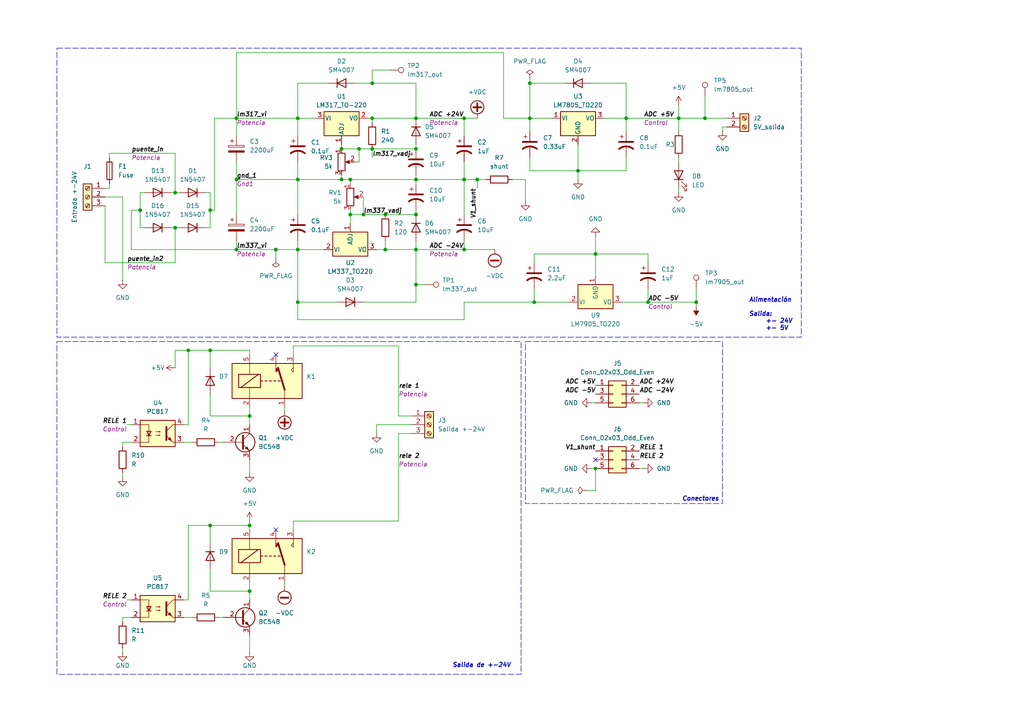
<source format=kicad_sch>
(kicad_sch (version 20231120) (generator "eeschema") (generator_version "8.0")
  (paper "A4")
  (title_block (title "Circuito de potencia") (date "2024-07-25") (rev "v1") (company "Zuliani, Agustín"))
  (lib_symbols
    (symbol "Connector:Screw_Terminal_01x02" (pin_names (offset 1.016) hide)
      (property "Reference" "J" (at 0 2.54 0))
      (property "Value" "Screw_Terminal_01x02" (at 0 -5.08 0))
      (symbol "Screw_Terminal_01x02_1_1"
        (pin passive line (at -5.08 0 0) (length 3.81) (name "Pin_1") (number "1"))
        (pin passive line (at -5.08 -2.54 0) (length 3.81) (name "Pin_2") (number "2"))
      )
    )
    (symbol "Connector:Screw_Terminal_01x03" (pin_names (offset 1.016) hide)
      (property "Reference" "J" (at 0 5.08 0))
      (property "Value" "Screw_Terminal_01x03" (at 0 -5.08 0))
      (symbol "Screw_Terminal_01x03_1_1"
        (pin passive line (at -5.08 2.54 0) (length 3.81) (name "Pin_1") (number "1"))
        (pin passive line (at -5.08 0 0) (length 3.81) (name "Pin_2") (number "2"))
        (pin passive line (at -5.08 -2.54 0) (length 3.81) (name "Pin_3") (number "3"))
      )
    )
    (symbol "Connector:TestPoint" (pin_numbers hide) (pin_names (offset 0.762) hide)
      (property "Reference" "TP" (at 0 6.858 0))
      (property "Value" "TestPoint" (at 0 5.08 0))
      (symbol "TestPoint_1_1"
        (pin passive line (at 0 0 90) (length 2.54) (name "1") (number "1"))
      )
    )
    (symbol "Connector_Generic:Conn_02x03_Odd_Even" (pin_names (offset 1.016) hide)
      (property "Reference" "J" (at 1.27 5.08 0))
      (property "Value" "Conn_02x03_Odd_Even" (at 1.27 -5.08 0))
      (symbol "Conn_02x03_Odd_Even_1_1"
        (pin passive line (at -5.08 2.54 0) (length 3.81) (name "Pin_1") (number "1"))
        (pin passive line (at 7.62 2.54 180) (length 3.81) (name "Pin_2") (number "2"))
        (pin passive line (at -5.08 0 0) (length 3.81) (name "Pin_3") (number "3"))
        (pin passive line (at 7.62 0 180) (length 3.81) (name "Pin_4") (number "4"))
        (pin passive line (at -5.08 -2.54 0) (length 3.81) (name "Pin_5") (number "5"))
        (pin passive line (at 7.62 -2.54 180) (length 3.81) (name "Pin_6") (number "6"))
      )
    )
    (symbol "Device:C_Polarized" (pin_numbers hide) (pin_names (offset 0.254))
      (property "Reference" "C" (at 0.635 2.54 0))
      (property "Value" "C_Polarized" (at 0.635 -2.54 0))
      (symbol "C_Polarized_1_1"
        (pin passive line (at 0 3.81 270) (length 2.794) (name "~") (number "1"))
        (pin passive line (at 0 -3.81 90) (length 2.794) (name "~") (number "2"))
      )
    )
    (symbol "Device:C_Polarized_US" (pin_numbers hide) (pin_names (offset 0.254) hide)
      (property "Reference" "C" (at 0.635 2.54 0))
      (property "Value" "C_Polarized_US" (at 0.635 -2.54 0))
      (symbol "C_Polarized_US_1_1"
        (pin passive line (at 0 3.81 270) (length 2.794) (name "~") (number "1"))
        (pin passive line (at 0 -3.81 90) (length 3.302) (name "~") (number "2"))
      )
    )
    (symbol "Device:Fuse" (pin_numbers hide) (pin_names (offset 0))
      (property "Reference" "F" (at 2.032 0 90))
      (property "Value" "Fuse" (at -1.905 0 90))
      (symbol "Fuse_1_1"
        (pin passive line (at 0 3.81 270) (length 1.27) (name "~") (number "1"))
        (pin passive line (at 0 -3.81 90) (length 1.27) (name "~") (number "2"))
      )
    )
    (symbol "Device:LED" (pin_numbers hide) (pin_names (offset 1.016) hide)
      (property "Reference" "D" (at 0 2.54 0))
      (property "Value" "LED" (at 0 -2.54 0))
      (symbol "LED_1_1"
        (pin passive line (at -3.81 0 0) (length 2.54) (name "K") (number "1"))
        (pin passive line (at 3.81 0 180) (length 2.54) (name "A") (number "2"))
      )
    )
    (symbol "Device:R" (pin_numbers hide) (pin_names (offset 0))
      (property "Reference" "R" (at 2.032 0 90))
      (property "Value" "R" (at 0 0 90))
      (symbol "R_1_1"
        (pin passive line (at 0 3.81 270) (length 1.27) (name "~") (number "1"))
        (pin passive line (at 0 -3.81 90) (length 1.27) (name "~") (number "2"))
      )
    )
    (symbol "Device:R_Potentiometer" (pin_names (offset 1.016) hide)
      (property "Reference" "RV" (at -4.445 0 90))
      (property "Value" "R_Potentiometer" (at -2.54 0 90))
      (symbol "R_Potentiometer_1_1"
        (pin passive line (at 0 3.81 270) (length 1.27) (name "1") (number "1"))
        (pin passive line (at 3.81 0 180) (length 1.27) (name "2") (number "2"))
        (pin passive line (at 0 -3.81 90) (length 1.27) (name "3") (number "3"))
      )
    )
    (symbol "Diode:1N4007" (pin_numbers hide) (pin_names hide)
      (property "Reference" "D" (at 0 2.54 0))
      (property "Value" "1N4007" (at 0 -2.54 0))
      (symbol "1N4007_1_1"
        (pin passive line (at -3.81 0 0) (length 2.54) (name "K") (number "1"))
        (pin passive line (at 3.81 0 180) (length 2.54) (name "A") (number "2"))
      )
    )
    (symbol "Diode:1N5407" (pin_numbers hide) (pin_names hide)
      (property "Reference" "D" (at 0 2.54 0))
      (property "Value" "1N5407" (at 0 -2.54 0))
      (symbol "1N5407_1_1"
        (pin passive line (at -3.81 0 0) (length 2.54) (name "K") (number "1"))
        (pin passive line (at 3.81 0 180) (length 2.54) (name "A") (number "2"))
      )
    )
    (symbol "Diode:SM4007" (pin_numbers hide) (pin_names hide)
      (property "Reference" "D" (at 0 2.54 0))
      (property "Value" "SM4007" (at 0 -2.54 0))
      (symbol "SM4007_1_1"
        (pin passive line (at -3.81 0 0) (length 2.54) (name "K") (number "1"))
        (pin passive line (at 3.81 0 180) (length 2.54) (name "A") (number "2"))
      )
    )
    (symbol "Isolator:PC817" (pin_names (offset 1.016))
      (property "Reference" "U" (at -5.08 5.08 0))
      (property "Value" "PC817" (at 0 5.08 0))
      (symbol "PC817_1_1"
        (pin passive line (at -7.62 2.54 0) (length 2.54) (name "~") (number "1"))
        (pin passive line (at -7.62 -2.54 0) (length 2.54) (name "~") (number "2"))
        (pin passive line (at 7.62 -2.54 180) (length 2.54) (name "~") (number "3"))
        (pin passive line (at 7.62 2.54 180) (length 2.54) (name "~") (number "4"))
      )
    )
    (symbol "R_1" (pin_numbers hide) (pin_names (offset 0))
      (property "Reference" "R" (at 2.032 0 90))
      (property "Value" "R" (at 0 0 90))
      (symbol "R_1_1_1"
        (pin passive line (at 0 3.81 270) (length 1.27) (name "~") (number "1"))
        (pin passive line (at 0 -3.81 90) (length 1.27) (name "~") (number "2"))
      )
    )
    (symbol "Regulator_Linear:LM317_TO-220" (pin_names (offset 0.254))
      (property "Reference" "U" (at -3.81 3.175 0))
      (property "Value" "LM317_TO-220" (at 0 3.175 0))
      (symbol "LM317_TO-220_1_1"
        (pin input line (at 0 -7.62 90) (length 2.54) (name "ADJ") (number "1"))
        (pin power_out line (at 7.62 0 180) (length 2.54) (name "VO") (number "2"))
        (pin power_in line (at -7.62 0 0) (length 2.54) (name "VI") (number "3"))
      )
    )
    (symbol "Regulator_Linear:LM337_TO220" (pin_names (offset 0.254))
      (property "Reference" "U" (at -3.81 -3.175 0))
      (property "Value" "LM337_TO220" (at 0 -3.175 0))
      (symbol "LM337_TO220_1_1"
        (pin input line (at 0 7.62 270) (length 2.54) (name "ADJ") (number "1"))
        (pin power_in line (at -7.62 0 0) (length 2.54) (name "VI") (number "2"))
        (pin power_out line (at 7.62 0 180) (length 2.54) (name "VO") (number "3"))
      )
    )
    (symbol "Regulator_Linear:LM7805_TO220" (pin_names (offset 0.254))
      (property "Reference" "U" (at -3.81 3.175 0))
      (property "Value" "LM7805_TO220" (at 0 3.175 0))
      (symbol "LM7805_TO220_1_1"
        (pin power_in line (at -7.62 0 0) (length 2.54) (name "VI") (number "1"))
        (pin power_in line (at 0 -7.62 90) (length 2.54) (name "GND") (number "2"))
        (pin power_out line (at 7.62 0 180) (length 2.54) (name "VO") (number "3"))
      )
    )
    (symbol "Regulator_Linear:LM7905_TO220" (pin_names (offset 0.254))
      (property "Reference" "U" (at -3.81 -3.175 0))
      (property "Value" "LM7905_TO220" (at 0 -3.175 0))
      (symbol "LM7905_TO220_1_1"
        (pin power_in line (at 0 7.62 270) (length 2.54) (name "GND") (number "1"))
        (pin power_in line (at -7.62 0 0) (length 2.54) (name "VI") (number "2"))
        (pin power_out line (at 7.62 0 180) (length 2.54) (name "VO") (number "3"))
      )
    )
    (symbol "Relay:SANYOU_SRD_Form_C"
      (property "Reference" "K" (at 11.43 3.81 0))
      (property "Value" "SANYOU_SRD_Form_C" (at 11.43 1.27 0))
      (symbol "SANYOU_SRD_Form_C_1_1"
        (pin passive line (at 5.08 -7.62 90) (length 2.54) (name "~") (number "1"))
        (pin passive line (at -5.08 -7.62 90) (length 2.54) (name "~") (number "2"))
        (pin passive line (at 7.62 7.62 270) (length 2.54) (name "~") (number "3"))
        (pin passive line (at 2.54 7.62 270) (length 2.54) (name "~") (number "4"))
        (pin passive line (at -5.08 7.62 270) (length 2.54) (name "~") (number "5"))
      )
    )
    (symbol "Transistor_BJT:BC548" (pin_names (offset 0) hide)
      (property "Reference" "Q" (at 5.08 1.905 0))
      (property "Value" "BC548" (at 5.08 0 0))
      (symbol "BC548_1_1"
        (pin passive line (at 2.54 5.08 270) (length 2.54) (name "C") (number "1"))
        (pin input line (at -5.08 0 0) (length 5.08) (name "B") (number "2"))
        (pin passive line (at 2.54 -5.08 90) (length 2.54) (name "E") (number "3"))
      )
    )
    (symbol "power:+5V" (power) (pin_numbers hide) (pin_names (offset 0) hide)
      (property "Value" "+5V" (at 0 3.556 0))
      (symbol "+5V_1_1"
        (pin power_in line (at 0 0 90) (length 0) (name "~") (number "1"))
      )
    )
    (symbol "power:+VDC" (power) (pin_numbers hide) (pin_names (offset 0) hide)
      (property "Value" "+VDC" (at 0 6.35 0))
      (symbol "+VDC_1_1"
        (pin power_in line (at 0 0 90) (length 0) (name "~") (number "1"))
      )
    )
    (symbol "power:-5V" (power) (pin_numbers hide) (pin_names (offset 0) hide)
      (property "Value" "-5V" (at 0 3.556 0))
      (symbol "-5V_0_0"
        (pin power_in line (at 0 0 90) (length 0) (name "~") (number "1"))
      )
    )
    (symbol "power:-VDC" (power) (pin_numbers hide) (pin_names (offset 0) hide)
      (property "Value" "-VDC" (at 0 6.35 0))
      (symbol "-VDC_1_1"
        (pin power_in line (at 0 0 90) (length 0) (name "~") (number "1"))
      )
    )
    (symbol "power:GND" (power) (pin_numbers hide) (pin_names (offset 0) hide)
      (property "Value" "GND" (at 0 -3.81 0))
      (symbol "GND_1_1"
        (pin power_in line (at 0 0 270) (length 0) (name "~") (number "1"))
      )
    )
    (symbol "power:PWR_FLAG" (power) (pin_numbers hide) (pin_names (offset 0) hide)
      (property "Value" "PWR_FLAG" (at 0 3.81 0))
      (symbol "PWR_FLAG_0_0"
        (pin power_out line (at 0 0 90) (length 0) (name "~") (number "1"))
      )
    )
  )
  (junction (at 50.8 55.88))
  (junction (at 201.93 87.63))
  (junction (at 196.85 34.29))
  (junction (at 68.58 34.29))
  (junction (at 134.62 72.39))
  (junction (at 99.06 52.07))
  (junction (at 60.96 152.4))
  (junction (at 50.8 66.04))
  (junction (at 104.14 43.18))
  (junction (at 68.58 52.07))
  (junction (at 86.36 34.29))
  (junction (at 105.41 62.23))
  (junction (at 101.6 62.23))
  (junction (at 120.65 72.39))
  (junction (at 86.36 87.63))
  (junction (at 187.96 87.63))
  (junction (at 134.62 52.07))
  (junction (at 72.39 171.45))
  (junction (at 138.43 52.07))
  (junction (at 101.6 52.07))
  (junction (at 40.64 60.96))
  (junction (at 120.65 52.07))
  (junction (at 134.62 34.29))
  (junction (at 167.64 49.53))
  (junction (at 120.65 82.55))
  (junction (at 153.67 24.13))
  (junction (at 107.95 34.29))
  (junction (at 120.65 43.18))
  (junction (at 68.58 72.39))
  (junction (at 107.95 24.13))
  (junction (at 86.36 52.07))
  (junction (at 172.72 135.89))
  (junction (at 111.76 72.39))
  (junction (at 107.95 43.18))
  (junction (at 154.94 87.63))
  (junction (at 86.36 72.39))
  (junction (at 60.96 60.96))
  (junction (at 153.67 34.29))
  (junction (at 172.72 73.66))
  (junction (at 54.61 101.6))
  (junction (at 204.47 34.29))
  (junction (at 120.65 62.23))
  (junction (at 99.06 43.18))
  (junction (at 111.76 62.23))
  (junction (at 72.39 120.65))
  (junction (at 60.96 101.6))
  (junction (at 80.01 72.39))
  (junction (at 72.39 152.4))
  (junction (at 181.61 34.29))
  (junction (at 120.65 34.29))
  (no_connect (at 80.01 153.67))
  (no_connect (at 80.01 102.87))
  (no_connect (at 172.72 133.35))
  (wire (pts (xy 86.36 87.63) (xy 86.36 72.39)))
  (wire (pts (xy 86.36 39.37) (xy 86.36 34.29)))
  (wire (pts (xy 196.85 34.29) (xy 204.47 34.29)))
  (wire (pts (xy 72.39 171.45) (xy 72.39 168.91)))
  (wire (pts (xy 146.05 34.29) (xy 153.67 34.29)))
  (wire (pts (xy 80.01 72.39) (xy 80.01 74.93)))
  (wire (pts (xy 54.61 101.6) (xy 60.96 101.6)))
  (wire (pts (xy 120.65 72.39) (xy 134.62 72.39)))
  (wire (pts (xy 60.96 101.6) (xy 72.39 101.6)))
  (wire (pts (xy 120.65 87.63) (xy 120.65 82.55)))
  (wire (pts (xy 68.58 34.29) (xy 68.58 39.37)))
  (wire (pts (xy 171.45 116.84) (xy 172.72 116.84)))
  (wire (pts (xy 153.67 45.72) (xy 153.67 49.53)))
  (wire (pts (xy 175.26 34.29) (xy 181.61 34.29)))
  (wire (pts (xy 120.65 24.13) (xy 120.65 34.29)))
  (wire (pts (xy 85.09 100.33) (xy 115.57 100.33)))
  (wire (pts (xy 209.55 38.1) (xy 209.55 36.83)))
  (wire (pts (xy 196.85 54.61) (xy 196.85 55.88)))
  (wire (pts (xy 85.09 153.67) (xy 85.09 151.13)))
  (wire (pts (xy 107.95 20.32) (xy 107.95 24.13)))
  (wire (pts (xy 209.55 36.83) (xy 210.82 36.83)))
  (wire (pts (xy 120.65 82.55) (xy 120.65 72.39)))
  (wire (pts (xy 60.96 106.68) (xy 60.96 101.6)))
  (wire (pts (xy 107.95 24.13) (xy 120.65 24.13)))
  (wire (pts (xy 180.34 87.63) (xy 187.96 87.63)))
  (wire (pts (xy 148.59 52.07) (xy 152.4 52.07)))
  (wire (pts (xy 120.65 52.07) (xy 134.62 52.07)))
  (wire (pts (xy 40.64 60.96) (xy 40.64 66.04)))
  (wire (pts (xy 68.58 72.39) (xy 80.01 72.39)))
  (wire (pts (xy 72.39 184.15) (xy 72.39 189.23)))
  (wire (pts (xy 120.65 72.39) (xy 111.76 72.39)))
  (wire (pts (xy 185.42 116.84) (xy 186.69 116.84)))
  (wire (pts (xy 153.67 38.1) (xy 153.67 34.29)))
  (wire (pts (xy 138.43 52.07) (xy 138.43 54.61)))
  (wire (pts (xy 113.03 20.32) (xy 107.95 20.32)))
  (wire (pts (xy 63.5 128.27) (xy 64.77 128.27)))
  (wire (pts (xy 111.76 69.85) (xy 111.76 72.39)))
  (wire (pts (xy 201.93 87.63) (xy 201.93 88.9)))
  (wire (pts (xy 111.76 72.39) (xy 109.22 72.39)))
  (wire (pts (xy 72.39 101.6) (xy 72.39 102.87)))
  (wire (pts (xy 120.65 50.8) (xy 120.65 52.07)))
  (wire (pts (xy 60.96 157.48) (xy 60.96 152.4)))
  (wire (pts (xy 86.36 87.63) (xy 86.36 92.71)))
  (wire (pts (xy 181.61 49.53) (xy 181.61 45.72)))
  (wire (pts (xy 102.87 24.13) (xy 107.95 24.13)))
  (wire (pts (xy 196.85 34.29) (xy 196.85 30.48)))
  (wire (pts (xy 68.58 34.29) (xy 86.36 34.29)))
  (wire (pts (xy 41.91 55.88) (xy 40.64 55.88)))
  (wire (pts (xy 115.57 120.65) (xy 119.38 120.65)))
  (wire (pts (xy 101.6 52.07) (xy 101.6 53.34)))
  (wire (pts (xy 204.47 34.29) (xy 210.82 34.29)))
  (wire (pts (xy 111.76 62.23) (xy 120.65 62.23)))
  (wire (pts (xy 167.64 49.53) (xy 167.64 52.07)))
  (wire (pts (xy 196.85 45.72) (xy 196.85 46.99)))
  (wire (pts (xy 153.67 34.29) (xy 160.02 34.29)))
  (wire (pts (xy 102.87 46.99) (xy 104.14 46.99)))
  (wire (pts (xy 62.23 60.96) (xy 60.96 60.96)))
  (wire (pts (xy 172.72 142.24) (xy 172.72 135.89)))
  (wire (pts (xy 172.72 68.58) (xy 172.72 73.66)))
  (wire (pts (xy 53.34 128.27) (xy 55.88 128.27)))
  (wire (pts (xy 107.95 43.18) (xy 120.65 43.18)))
  (wire (pts (xy 167.64 41.91) (xy 167.64 49.53)))
  (wire (pts (xy 120.65 53.34) (xy 120.65 52.07)))
  (wire (pts (xy 31.75 53.34) (xy 31.75 54.61)))
  (wire (pts (xy 54.61 123.19) (xy 53.34 123.19)))
  (wire (pts (xy 163.83 24.13) (xy 153.67 24.13)))
  (wire (pts (xy 172.72 73.66) (xy 172.72 80.01)))
  (wire (pts (xy 120.65 69.85) (xy 120.65 72.39)))
  (wire (pts (xy 38.1 60.96) (xy 38.1 72.39)))
  (wire (pts (xy 120.65 34.29) (xy 134.62 34.29)))
  (wire (pts (xy 86.36 52.07) (xy 99.06 52.07)))
  (wire (pts (xy 134.62 39.37) (xy 134.62 34.29)))
  (wire (pts (xy 134.62 69.85) (xy 134.62 72.39)))
  (wire (pts (xy 104.14 43.18) (xy 107.95 43.18)))
  (wire (pts (xy 36.83 173.99) (xy 38.1 173.99)))
  (wire (pts (xy 60.96 114.3) (xy 60.96 120.65)))
  (wire (pts (xy 105.41 57.15) (xy 105.41 62.23)))
  (wire (pts (xy 30.48 76.2) (xy 50.8 76.2)))
  (wire (pts (xy 134.62 87.63) (xy 154.94 87.63)))
  (wire (pts (xy 99.06 52.07) (xy 101.6 52.07)))
  (wire (pts (xy 172.72 73.66) (xy 187.96 73.66)))
  (wire (pts (xy 31.75 44.45) (xy 50.8 44.45)))
  (wire (pts (xy 68.58 72.39) (xy 68.58 69.85)))
  (wire (pts (xy 68.58 34.29) (xy 68.58 15.24)))
  (wire (pts (xy 72.39 152.4) (xy 72.39 153.67)))
  (wire (pts (xy 153.67 22.86) (xy 153.67 24.13)))
  (wire (pts (xy 134.62 92.71) (xy 134.62 87.63)))
  (wire (pts (xy 154.94 73.66) (xy 172.72 73.66)))
  (wire (pts (xy 97.79 87.63) (xy 86.36 87.63)))
  (wire (pts (xy 72.39 133.35) (xy 72.39 137.16)))
  (wire (pts (xy 62.23 34.29) (xy 68.58 34.29)))
  (wire (pts (xy 101.6 60.96) (xy 101.6 62.23)))
  (wire (pts (xy 86.36 46.99) (xy 86.36 52.07)))
  (wire (pts (xy 50.8 44.45) (xy 50.8 55.88)))
  (wire (pts (xy 120.65 60.96) (xy 120.65 62.23)))
  (wire (pts (xy 62.23 34.29) (xy 62.23 60.96)))
  (wire (pts (xy 120.65 82.55) (xy 123.19 82.55)))
  (wire (pts (xy 35.56 180.34) (xy 35.56 179.07)))
  (wire (pts (xy 60.96 60.96) (xy 60.96 66.04)))
  (wire (pts (xy 115.57 151.13) (xy 115.57 125.73)))
  (wire (pts (xy 120.65 43.18) (xy 120.65 41.91)))
  (wire (pts (xy 154.94 87.63) (xy 165.1 87.63)))
  (wire (pts (xy 187.96 87.63) (xy 187.96 83.82)))
  (wire (pts (xy 35.56 129.54) (xy 35.56 128.27)))
  (wire (pts (xy 35.56 187.96) (xy 35.56 189.23)))
  (wire (pts (xy 185.42 135.89) (xy 186.69 135.89)))
  (wire (pts (xy 109.22 123.19) (xy 119.38 123.19)))
  (wire (pts (xy 31.75 44.45) (xy 31.75 45.72)))
  (wire (pts (xy 72.39 120.65) (xy 72.39 123.19)))
  (wire (pts (xy 40.64 66.04) (xy 41.91 66.04)))
  (wire (pts (xy 82.55 118.11) (xy 82.55 119.38)))
  (wire (pts (xy 105.41 62.23) (xy 111.76 62.23)))
  (wire (pts (xy 40.64 55.88) (xy 40.64 60.96)))
  (wire (pts (xy 60.96 152.4) (xy 72.39 152.4)))
  (wire (pts (xy 38.1 72.39) (xy 68.58 72.39)))
  (wire (pts (xy 107.95 35.56) (xy 107.95 34.29)))
  (wire (pts (xy 187.96 73.66) (xy 187.96 76.2)))
  (wire (pts (xy 115.57 100.33) (xy 115.57 120.65)))
  (wire (pts (xy 115.57 125.73) (xy 119.38 125.73)))
  (wire (pts (xy 40.64 60.96) (xy 38.1 60.96)))
  (wire (pts (xy 85.09 102.87) (xy 85.09 100.33)))
  (wire (pts (xy 35.56 128.27) (xy 38.1 128.27)))
  (wire (pts (xy 68.58 15.24) (xy 146.05 15.24)))
  (wire (pts (xy 63.5 179.07) (xy 64.77 179.07)))
  (wire (pts (xy 49.53 55.88) (xy 50.8 55.88)))
  (wire (pts (xy 50.8 106.68) (xy 50.8 101.6)))
  (wire (pts (xy 99.06 50.8) (xy 99.06 52.07)))
  (wire (pts (xy 60.96 55.88) (xy 60.96 60.96)))
  (wire (pts (xy 35.56 57.15) (xy 30.48 57.15)))
  (wire (pts (xy 50.8 66.04) (xy 50.8 76.2)))
  (wire (pts (xy 54.61 123.19) (xy 54.61 101.6)))
  (wire (pts (xy 152.4 52.07) (xy 152.4 58.42)))
  (wire (pts (xy 109.22 125.73) (xy 109.22 123.19)))
  (wire (pts (xy 171.45 24.13) (xy 181.61 24.13)))
  (wire (pts (xy 154.94 83.82) (xy 154.94 87.63)))
  (wire (pts (xy 60.96 171.45) (xy 72.39 171.45)))
  (wire (pts (xy 31.75 54.61) (xy 30.48 54.61)))
  (wire (pts (xy 59.69 55.88) (xy 60.96 55.88)))
  (wire (pts (xy 30.48 59.69) (xy 30.48 76.2)))
  (wire (pts (xy 50.8 55.88) (xy 52.07 55.88)))
  (wire (pts (xy 49.53 66.04) (xy 50.8 66.04)))
  (wire (pts (xy 68.58 46.99) (xy 68.58 52.07)))
  (wire (pts (xy 60.96 165.1) (xy 60.96 171.45)))
  (wire (pts (xy 86.36 34.29) (xy 91.44 34.29)))
  (wire (pts (xy 86.36 92.71) (xy 134.62 92.71)))
  (wire (pts (xy 35.56 179.07) (xy 38.1 179.07)))
  (wire (pts (xy 86.36 69.85) (xy 86.36 72.39)))
  (wire (pts (xy 107.95 34.29) (xy 120.65 34.29)))
  (wire (pts (xy 134.62 52.07) (xy 134.62 62.23)))
  (wire (pts (xy 72.39 120.65) (xy 72.39 118.11)))
  (wire (pts (xy 104.14 43.18) (xy 104.14 46.99)))
  (wire (pts (xy 50.8 66.04) (xy 52.07 66.04)))
  (wire (pts (xy 134.62 52.07) (xy 138.43 52.07)))
  (wire (pts (xy 101.6 52.07) (xy 120.65 52.07)))
  (wire (pts (xy 170.18 142.24) (xy 172.72 142.24)))
  (wire (pts (xy 53.34 179.07) (xy 55.88 179.07)))
  (wire (pts (xy 187.96 87.63) (xy 201.93 87.63)))
  (wire (pts (xy 86.36 52.07) (xy 86.36 62.23)))
  (wire (pts (xy 201.93 83.82) (xy 201.93 87.63)))
  (wire (pts (xy 68.58 52.07) (xy 68.58 62.23)))
  (wire (pts (xy 171.45 135.89) (xy 172.72 135.89)))
  (wire (pts (xy 95.25 24.13) (xy 86.36 24.13)))
  (wire (pts (xy 153.67 24.13) (xy 153.67 34.29)))
  (wire (pts (xy 99.06 41.91) (xy 99.06 43.18)))
  (wire (pts (xy 101.6 62.23) (xy 101.6 64.77)))
  (wire (pts (xy 50.8 101.6) (xy 54.61 101.6)))
  (wire (pts (xy 181.61 38.1) (xy 181.61 34.29)))
  (wire (pts (xy 204.47 27.94) (xy 204.47 34.29)))
  (wire (pts (xy 154.94 76.2) (xy 154.94 73.66)))
  (wire (pts (xy 82.55 168.91) (xy 82.55 170.18)))
  (wire (pts (xy 54.61 152.4) (xy 60.96 152.4)))
  (wire (pts (xy 107.95 43.18) (xy 107.95 45.72)))
  (wire (pts (xy 60.96 66.04) (xy 59.69 66.04)))
  (wire (pts (xy 72.39 171.45) (xy 72.39 173.99)))
  (wire (pts (xy 134.62 72.39) (xy 143.51 72.39)))
  (wire (pts (xy 36.83 123.19) (xy 38.1 123.19)))
  (wire (pts (xy 86.36 52.07) (xy 68.58 52.07)))
  (wire (pts (xy 146.05 15.24) (xy 146.05 34.29)))
  (wire (pts (xy 60.96 120.65) (xy 72.39 120.65)))
  (wire (pts (xy 107.95 34.29) (xy 106.68 34.29)))
  (wire (pts (xy 153.67 49.53) (xy 167.64 49.53)))
  (wire (pts (xy 35.56 81.28) (xy 35.56 57.15)))
  (wire (pts (xy 85.09 151.13) (xy 115.57 151.13)))
  (wire (pts (xy 167.64 49.53) (xy 181.61 49.53)))
  (wire (pts (xy 54.61 173.99) (xy 54.61 152.4)))
  (wire (pts (xy 54.61 173.99) (xy 53.34 173.99)))
  (wire (pts (xy 101.6 62.23) (xy 105.41 62.23)))
  (wire (pts (xy 35.56 137.16) (xy 35.56 138.43)))
  (wire (pts (xy 72.39 151.13) (xy 72.39 152.4)))
  (wire (pts (xy 99.06 43.18) (xy 104.14 43.18)))
  (wire (pts (xy 105.41 87.63) (xy 120.65 87.63)))
  (wire (pts (xy 196.85 34.29) (xy 196.85 38.1)))
  (wire (pts (xy 138.43 52.07) (xy 140.97 52.07)))
  (wire (pts (xy 181.61 34.29) (xy 196.85 34.29)))
  (wire (pts (xy 134.62 46.99) (xy 134.62 52.07)))
  (wire (pts (xy 86.36 72.39) (xy 93.98 72.39)))
  (wire (pts (xy 181.61 24.13) (xy 181.61 34.29)))
  (wire (pts (xy 86.36 24.13) (xy 86.36 34.29)))
  (wire (pts (xy 134.62 34.29) (xy 138.43 34.29)))
  (wire (pts (xy 80.01 72.39) (xy 86.36 72.39)))
  (rectangle (start 152.4 99.06) (end 209.55 146.05) (stroke (width 0) (type dash)))
  (rectangle (start 16.51 13.97) (end 232.41 97.79) (stroke (width 0) (type dash)))
  (rectangle (start 16.51 99.06) (end 151.13 195.58) (stroke (width 0) (type dash)))
  (text "Alimentación\n\nSalida:\n	+- 24V\n	+- 5V" (at 217.17 86.36 0) (effects (font (size 1.27 1.27) (thickness 0.254) (bold yes) (italic yes)) (justify left top)))
  (text "Conectores" (at 203.2 144.78 0) (effects (font (size 1.27 1.27) (bold yes) (italic yes))))
  (text "Salida de +-24V" (at 139.7 193.04 0) (effects (font (size 1.27 1.27) (bold yes) (italic yes))))
  (label "ADC -5V" (at 187.96 87.63 0) (effects (font (bold yes) (italic yes))) (property "Netclass" "Control" (at 187.96 88.9 0) (effects (font (italic yes)) (justify left))))
  (label "ADC -5V" (at 172.72 114.3 180) (effects (font (bold yes) (italic yes))))
  (label "rele 2" (at 115.57 133.35 0) (effects (font (bold yes) (italic yes))) (property "Netclass" "Potencia" (at 115.57 134.62 0) (effects (font (italic yes)) (justify left))))
  (label "lm337_vadj" (at 105.41 62.23 0) (effects (font (bold yes) (italic yes))))
  (label "V1_shunt" (at 172.72 130.81 180) (effects (font (bold yes) (italic yes))))
  (label "lm337_vi" (at 68.58 72.39 0) (effects (font (bold yes) (italic yes))) (property "Netclass" "Potencia" (at 68.58 73.66 0) (effects (font (italic yes)) (justify left))))
  (label "RELE 1" (at 36.83 123.19 180) (effects (font (bold yes) (italic yes))) (property "Netclass" "Control" (at 36.83 124.46 0) (effects (font (italic yes)) (justify right))))
  (label "ADC -24V" (at 124.46 72.39 0) (effects (font (bold yes) (italic yes))) (property "Netclass" "Potencia" (at 124.46 73.66 0) (effects (font (italic yes)) (justify left))))
  (label "puente_in2" (at 36.83 76.2 0) (effects (font (bold yes) (italic yes))) (property "Netclass" "Potencia" (at 36.83 77.47 0) (effects (font (italic yes)) (justify left))))
  (label "ADC +24V" (at 124.46 34.29 0) (effects (font (bold yes) (italic yes))) (property "Netclass" "Potencia" (at 124.46 35.56 0) (effects (font (italic yes)) (justify left))))
  (label "V1_shunt" (at 138.43 54.61 270) (effects (font (bold yes) (italic yes))))
  (label "rele 1" (at 115.57 113.03 0) (effects (font (bold yes) (italic yes))) (property "Netclass" "Potencia" (at 115.57 114.3 0) (effects (font (italic yes)) (justify left))))
  (label "puente_in" (at 38.1 44.45 0) (effects (font (bold yes) (italic yes))) (property "Netclass" "Potencia" (at 38.1 45.72 0) (effects (font (italic yes)) (justify left))))
  (label "lm317_vadj" (at 107.95 45.72 0) (effects (font (bold yes) (italic yes))))
  (label "RELE 2" (at 36.83 173.99 180) (effects (font (bold yes) (italic yes))) (property "Netclass" "Control" (at 36.83 175.26 0) (effects (font (italic yes)) (justify right))))
  (label "ADC +5V" (at 186.69 34.29 0) (effects (font (bold yes) (italic yes))) (property "Netclass" "Control" (at 186.69 35.56 0) (effects (font (italic yes)) (justify left))))
  (label "lm317_vi" (at 68.58 34.29 0) (effects (font (bold yes) (italic yes))) (property "Netclass" "Potencia" (at 68.58 35.56 0) (effects (font (italic yes)) (justify left))))
  (label "RELE 1" (at 185.42 130.81 0) (effects (font (bold yes) (italic yes))))
  (label "ADC +24V" (at 185.42 111.76 0) (effects (font (bold yes) (italic yes))))
  (label "gnd_1" (at 68.58 52.07 0) (effects (font (bold yes) (italic yes))) (property "Netclass" "Gnd1" (at 68.58 53.34 0) (effects (font (italic yes)) (justify left))))
  (label "ADC +5V" (at 172.72 111.76 180) (effects (font (bold yes) (italic yes))))
  (label "RELE 2" (at 185.42 133.35 0) (effects (font (bold yes) (italic yes))))
  (label "ADC -24V" (at 185.42 114.3 0) (effects (font (bold yes) (italic yes))))
  (symbol (lib_id "Regulator_Linear:LM7805_TO220") (at 167.64 34.29 0) (unit 1)
    (property "Reference" "U3" (at 167.64 27.94 0))
    (property "Value" "LM7805_TO220" (at 167.64 30.48 0))
    (property "Footprint" "Package_TO_SOT_THT:TO-220-3_Vertical" (effects (hide yes)))
    (property "Datasheet" "https://www.onsemi.cn/PowerSolutions/document/MC7800-D.PDF" (effects (hide yes)))
    (property "Description" "Positive 1A 35V Linear Regulator, Fixed Output 5V, TO-220" (effects (hide yes)))
  )
  (symbol (lib_id "power:GND") (at 171.45 135.89 270) (unit 1)
    (property "Reference" "#PWR060" (effects (hide yes)))
    (property "Value" "GND" (at 167.64 135.8899 90) (effects (justify right)))
    (property "Description" "Power symbol creates a global label with name \"GND\" , ground" (effects (hide yes)))
  )
  (symbol (lib_id "power:-5V") (at 201.93 88.9 180) (unit 1)
    (property "Reference" "#PWR037" (effects (hide yes)))
    (property "Value" "-5V" (at 201.93 93.98 0))
    (property "Description" "Power symbol creates a global label with name \"-5V\"" (effects (hide yes)))
  )
  (symbol (lib_id "Regulator_Linear:LM317_TO-220") (at 99.06 34.29 0) (unit 1)
    (property "Reference" "U1" (at 99.06 27.94 0))
    (property "Value" "LM317_TO-220" (at 99.06 30.48 0))
    (property "Footprint" "Package_TO_SOT_THT:TO-220-3_Vertical" (effects (hide yes)))
    (property "Datasheet" "http://www.ti.com/lit/ds/symlink/lm317.pdf" (effects (hide yes)))
    (property "Description" "1.5A 35V Adjustable Linear Regulator, TO-220" (effects (hide yes)))
  )
  (symbol (lib_id "Regulator_Linear:LM337_TO220") (at 101.6 72.39 0) (unit 1)
    (property "Reference" "U2" (at 101.6 76.2 0))
    (property "Value" "LM337_TO220" (at 101.6 78.74 0))
    (property "Footprint" "Package_TO_SOT_THT:TO-220-3_Vertical" (effects (hide yes)))
    (property "Datasheet" "http://www.ti.com/lit/ds/symlink/lm337-n.pdf" (effects (hide yes)))
    (property "Description" "Negative 1.5A 35V Adjustable Linear Regulator, TO-220" (effects (hide yes)))
  )
  (symbol (lib_id "Device:C_Polarized_US") (at 86.36 43.18 0) (unit 1)
    (property "Reference" "C1" (at 90.17 41.2749 0) (effects (justify left)))
    (property "Value" "0.1uF" (at 90.17 43.8149 0) (effects (justify left)))
    (property "Footprint" "Capacitor_THT:CP_Radial_D5.0mm_P2.50mm" (effects (hide yes)))
    (property "Description" "Polarized capacitor, US symbol" (effects (hide yes)))
  )
  (symbol (lib_id "Device:R_Potentiometer") (at 101.6 57.15 0) (unit 1)
    (property "Reference" "RV1" (at 99.06 55.8799 0) (effects (justify right)))
    (property "Value" "5k" (at 99.06 58.4199 0) (effects (justify right)))
    (property "Footprint" "Connector_PinHeader_2.54mm:PinHeader_1x03_P2.54mm_Vertical" (effects (hide yes)))
    (property "Description" "Potentiometer" (effects (hide yes)))
  )
  (symbol (lib_id "Device:C_Polarized_US") (at 154.94 80.01 0) (unit 1)
    (property "Reference" "C11" (at 158.75 78.1049 0) (effects (justify left)))
    (property "Value" "2.2uF" (at 158.75 80.6449 0) (effects (justify left)))
    (property "Footprint" "Capacitor_THT:CP_Radial_D5.0mm_P2.50mm" (effects (hide yes)))
    (property "Description" "Polarized capacitor, US symbol" (effects (hide yes)))
  )
  (symbol (lib_id "Device:R") (at 111.76 66.04 0) (unit 1)
    (property "Reference" "R2" (at 114.3 64.7699 0) (effects (justify left)))
    (property "Value" "120" (at 114.3 67.3099 0) (effects (justify left)))
    (property "Footprint" "Resistor_THT:R_Axial_DIN0207_L6.3mm_D2.5mm_P10.16mm_Horizontal" (effects (hide yes)))
    (property "Description" "Resistor" (effects (hide yes)))
  )
  (symbol (lib_id "Device:C_Polarized_US") (at 134.62 66.04 0) (unit 1)
    (property "Reference" "C6" (at 138.43 64.1349 0) (effects (justify left)))
    (property "Value" "10uF" (at 138.43 66.6749 0) (effects (justify left)))
    (property "Footprint" "Capacitor_THT:CP_Radial_D5.0mm_P2.50mm" (effects (hide yes)))
    (property "Description" "Polarized capacitor, US symbol" (effects (hide yes)))
  )
  (symbol (lib_id "Device:C_Polarized_US") (at 153.67 41.91 0) (unit 1)
    (property "Reference" "C7" (at 157.48 40.0049 0) (effects (justify left)))
    (property "Value" "0.33uF" (at 157.48 42.5449 0) (effects (justify left)))
    (property "Footprint" "Capacitor_THT:CP_Radial_D5.0mm_P2.50mm" (effects (hide yes)))
    (property "Description" "Polarized capacitor, US symbol" (effects (hide yes)))
  )
  (symbol (lib_id "power:+5V") (at 50.8 106.68 90) (unit 1)
    (property "Reference" "#PWR09" (effects (hide yes)))
    (property "Value" "+5V" (at 45.72 106.68 90))
    (property "Description" "Power symbol creates a global label with name \"+5V\"" (effects (hide yes)))
  )
  (symbol (lib_id "power:+5V") (at 72.39 151.13 0) (unit 1)
    (property "Reference" "#PWR012" (effects (hide yes)))
    (property "Value" "+5V" (at 72.39 146.05 0))
    (property "Description" "Power symbol creates a global label with name \"+5V\"" (effects (hide yes)))
  )
  (symbol (lib_id "power:GND") (at 72.39 189.23 0) (unit 1)
    (property "Reference" "#PWR013" (effects (hide yes)))
    (property "Value" "GND" (at 72.39 193.04 0))
    (property "Description" "Power symbol creates a global label with name \"GND\" , ground" (effects (hide yes)))
  )
  (symbol (lib_id "Connector:TestPoint") (at 113.03 20.32 270) (unit 1)
    (property "Reference" "TP2" (at 118.11 19.0499 90) (effects (justify left)))
    (property "Value" "lm317_out" (at 118.11 21.5899 90) (effects (justify left)))
    (property "Footprint" "TestPoint:TestPoint_Pad_D3.0mm" (effects (hide yes)))
    (property "Description" "test point" (effects (hide yes)))
  )
  (symbol (lib_id "Regulator_Linear:LM7905_TO220") (at 172.72 87.63 0) (unit 1)
    (property "Reference" "U9" (at 172.72 91.44 0))
    (property "Value" "LM7905_TO220" (at 172.72 93.98 0))
    (property "Footprint" "Package_TO_SOT_THT:TO-220-3_Vertical" (effects (hide yes)))
    (property "Datasheet" "https://www.onsemi.com/pub/Collateral/MC7900-D.PDF" (effects (hide yes)))
    (property "Description" "Negative 1A 35V Linear Regulator, Fixed Output 5V, TO-220" (effects (hide yes)))
  )
  (symbol (lib_id "Connector:Screw_Terminal_01x03") (at 25.4 57.15 0) (mirror y) (unit 1)
    (property "Reference" "J1" (at 25.4 48.26 0))
    (property "Value" "Entrada +-24V" (at 21.59 57.15 90))
    (property "Footprint" "TerminalBlock:TerminalBlock_bornier-3_P5.08mm" (effects (hide yes)))
    (property "Description" "Generic screw terminal, single row, 01x03, script generated (kicad-library-utils/schlib/autogen/connector/)" (effects (hide yes)))
  )
  (symbol (lib_id "Transistor_BJT:BC548") (at 69.85 179.07 0) (unit 1)
    (property "Reference" "Q2" (at 74.93 177.7999 0) (effects (justify left)))
    (property "Value" "BC548" (at 74.93 180.3399 0) (effects (justify left)))
    (property "Footprint" "Package_TO_SOT_THT:TO-92_Inline_Wide" (effects (hide yes)))
    (property "Datasheet" "https://www.onsemi.com/pub/Collateral/BC550-D.pdf" (effects (hide yes)))
    (property "Description" "0.1A Ic, 30V Vce, Small Signal NPN Transistor, TO-92" (effects (hide yes)))
  )
  (symbol (lib_id "power:GND") (at 35.56 138.43 0) (unit 1)
    (property "Reference" "#PWR018" (effects (hide yes)))
    (property "Value" "GND" (at 35.56 143.51 0))
    (property "Description" "Power symbol creates a global label with name \"GND\" , ground" (effects (hide yes)))
  )
  (symbol (lib_id "Connector:Screw_Terminal_01x03") (at 124.46 123.19 0) (unit 1)
    (property "Reference" "J3" (at 127 121.9199 0) (effects (justify left)))
    (property "Value" "Salida +-24V" (at 127 124.4599 0) (effects (justify left)))
    (property "Footprint" "TerminalBlock:TerminalBlock_bornier-3_P5.08mm" (effects (hide yes)))
    (property "Description" "Generic screw terminal, single row, 01x03, script generated (kicad-library-utils/schlib/autogen/connector/)" (effects (hide yes)))
  )
  (symbol (lib_id "power:+VDC") (at 138.43 34.29 0) (unit 1)
    (property "Reference" "#PWR04" (effects (hide yes)))
    (property "Value" "+VDC" (at 138.43 26.67 0))
    (property "Description" "Power symbol creates a global label with name \"+VDC\"" (effects (hide yes)))
  )
  (symbol (lib_id "Device:C_Polarized_US") (at 134.62 43.18 0) (unit 1)
    (property "Reference" "C2" (at 138.43 41.2749 0) (effects (justify left)))
    (property "Value" "1uF" (at 138.43 43.8149 0) (effects (justify left)))
    (property "Footprint" "Capacitor_THT:CP_Radial_D5.0mm_P2.50mm" (effects (hide yes)))
    (property "Description" "Polarized capacitor, US symbol" (effects (hide yes)))
  )
  (symbol (lib_id "Relay:SANYOU_SRD_Form_C") (at 77.47 110.49 0) (unit 1)
    (property "Reference" "K1" (at 88.9 109.2199 0) (effects (justify left)))
    (property "Value" "SANYOU_SRD_Form_C" (effects (hide yes)))
    (property "Footprint" "Relay_THT:Relay_SPDT_SANYOU_SRD_Series_Form_C" (effects (hide yes)))
    (property "Datasheet" "http://www.sanyourelay.ca/public/products/pdf/SRD.pdf" (effects (hide yes)))
    (property "Description" "Sanyo SRD relay, Single Pole Miniature Power Relay," (effects (hide yes)))
  )
  (symbol (lib_id "Diode:SM4007") (at 120.65 66.04 270) (unit 1)
    (property "Reference" "D6" (at 123.19 64.7699 90) (effects (justify left)))
    (property "Value" "SM4007" (at 123.19 67.3099 90) (effects (justify left)))
    (property "Footprint" "Diode_SMD:D_MELF" (effects (hide yes)))
    (property "Datasheet" "http://cdn-reichelt.de/documents/datenblatt/A400/SMD1N400%23DIO.pdf" (effects (hide yes)))
    (property "Description" "1000V 1A General Purpose Rectifier Diode, MELF" (effects (hide yes)))
    (property "Sim.Device" "D" (effects (hide yes)))
    (property "Sim.Pins" "1=K 2=A" (effects (hide yes)))
  )
  (symbol (lib_id "Device:C_Polarized_US") (at 187.96 80.01 0) (unit 1)
    (property "Reference" "C12" (at 191.77 78.1049 0) (effects (justify left)))
    (property "Value" "1uF" (at 191.77 80.6449 0) (effects (justify left)))
    (property "Footprint" "Capacitor_THT:CP_Radial_D5.0mm_P2.50mm" (effects (hide yes)))
    (property "Description" "Polarized capacitor, US symbol" (effects (hide yes)))
  )
  (symbol (lib_id "Device:LED") (at 196.85 50.8 90) (unit 1)
    (property "Reference" "D8" (at 200.66 51.1174 90) (effects (justify right)))
    (property "Value" "LED" (at 200.66 53.6574 90) (effects (justify right)))
    (property "Footprint" "LED_THT:LED_D5.0mm" (effects (hide yes)))
    (property "Description" "Light emitting diode" (effects (hide yes)))
  )
  (symbol (lib_id "Device:C_Polarized_US") (at 120.65 57.15 0) (unit 1)
    (property "Reference" "C10" (at 124.46 55.2449 0) (effects (justify left)))
    (property "Value" "10uF" (at 124.46 57.7849 0) (effects (justify left)))
    (property "Footprint" "Capacitor_THT:CP_Radial_D5.0mm_P2.50mm" (effects (hide yes)))
    (property "Description" "Polarized capacitor, US symbol" (effects (hide yes)))
  )
  (symbol (lib_id "power:GND") (at 209.55 38.1 0) (unit 1)
    (property "Reference" "#PWR011" (effects (hide yes)))
    (property "Value" "GND" (at 209.55 43.18 0))
    (property "Description" "Power symbol creates a global label with name \"GND\" , ground" (effects (hide yes)))
  )
  (symbol (lib_id "Device:R") (at 35.56 184.15 0) (unit 1)
    (property "Reference" "R11" (at 38.1 182.8799 0) (effects (justify left)))
    (property "Value" "R" (at 38.1 185.4199 0) (effects (justify left)))
    (property "Footprint" "Resistor_THT:R_Axial_DIN0207_L6.3mm_D2.5mm_P10.16mm_Horizontal" (effects (hide yes)))
    (property "Description" "Resistor" (effects (hide yes)))
  )
  (symbol (lib_id "power:GND") (at 196.85 55.88 0) (unit 1)
    (property "Reference" "#PWR07" (effects (hide yes)))
    (property "Value" "GND" (at 196.85 60.96 0))
    (property "Description" "Power symbol creates a global label with name \"GND\" , ground" (effects (hide yes)))
  )
  (symbol (lib_id "Device:C_Polarized_US") (at 86.36 66.04 0) (unit 1)
    (property "Reference" "C5" (at 90.17 64.1349 0) (effects (justify left)))
    (property "Value" "0.1uF" (at 90.17 66.6749 0) (effects (justify left)))
    (property "Footprint" "Capacitor_THT:CP_Radial_D5.0mm_P2.50mm" (effects (hide yes)))
    (property "Description" "Polarized capacitor, US symbol" (effects (hide yes)))
  )
  (symbol (lib_id "Connector:TestPoint") (at 204.47 27.94 0) (unit 1)
    (property "Reference" "TP5" (at 207.01 23.3679 0) (effects (justify left)))
    (property "Value" "lm7805_out" (at 207.01 25.9079 0) (effects (justify left)))
    (property "Footprint" "TestPoint:TestPoint_Pad_D3.0mm" (effects (hide yes)))
    (property "Description" "test point" (effects (hide yes)))
  )
  (symbol (lib_id "Connector:TestPoint") (at 201.93 83.82 0) (unit 1)
    (property "Reference" "TP3" (at 204.47 79.2479 0) (effects (justify left)))
    (property "Value" "lm7905_out" (at 204.47 81.7879 0) (effects (justify left)))
    (property "Footprint" "TestPoint:TestPoint_Pad_D3.0mm" (effects (hide yes)))
    (property "Description" "test point" (effects (hide yes)))
  )
  (symbol (lib_id "Isolator:PC817") (at 45.72 125.73 0) (unit 1)
    (property "Reference" "U4" (at 45.72 116.84 0))
    (property "Value" "PC817" (at 45.72 119.38 0))
    (property "Footprint" "Package_DIP:DIP-4_W7.62mm" (effects (hide yes)))
    (property "Datasheet" "http://www.soselectronic.cz/a_info/resource/d/pc817.pdf" (effects (hide yes)))
    (property "Description" "DC Optocoupler, Vce 35V, CTR 50-300%, DIP-4" (effects (hide yes)))
  )
  (symbol (lib_id "Device:Fuse") (at 31.75 49.53 180) (unit 1)
    (property "Reference" "F1" (at 34.29 48.2599 0) (effects (justify right)))
    (property "Value" "Fuse" (at 34.29 50.7999 0) (effects (justify right)))
    (property "Description" "Fuse" (effects (hide yes)))
  )
  (symbol (lib_id "Diode:1N5407") (at 45.72 55.88 180) (unit 1)
    (property "Reference" "D13" (at 45.72 49.53 0))
    (property "Value" "1N5407" (at 45.72 52.07 0))
    (property "Footprint" "Diode_THT:D_DO-201AD_P15.24mm_Horizontal" (effects (hide yes)))
    (property "Datasheet" "http://www.vishay.com/docs/88516/1n5400.pdf" (effects (hide yes)))
    (property "Description" "800V 3A General Purpose Rectifier Diode, DO-201AD" (effects (hide yes)))
    (property "Sim.Device" "D" (effects (hide yes)))
    (property "Sim.Pins" "1=K 2=A" (effects (hide yes)))
  )
  (symbol (lib_id "power:GND") (at 35.56 81.28 0) (unit 1)
    (property "Reference" "#PWR01" (effects (hide yes)))
    (property "Value" "GND" (at 35.56 86.36 0))
    (property "Description" "Power symbol creates a global label with name \"GND\" , ground" (effects (hide yes)))
  )
  (symbol (lib_id "power:GND") (at 172.72 68.58 180) (unit 1)
    (property "Reference" "#PWR036" (effects (hide yes)))
    (property "Value" "GND" (at 172.72 63.5 0))
    (property "Description" "Power symbol creates a global label with name \"GND\" , ground" (effects (hide yes)))
  )
  (symbol (lib_id "power:PWR_FLAG") (at 170.18 142.24 90) (unit 1)
    (property "Reference" "#FLG04" (effects (hide yes)))
    (property "Value" "PWR_FLAG" (at 166.37 142.2399 90) (effects (justify left)))
    (property "Description" "Special symbol for telling ERC where power comes from" (effects (hide yes)))
  )
  (symbol (lib_id "power:GND") (at 186.69 116.84 90) (unit 1)
    (property "Reference" "#PWR059" (effects (hide yes)))
    (property "Value" "GND" (at 190.5 116.8399 90) (effects (justify right)))
    (property "Description" "Power symbol creates a global label with name \"GND\" , ground" (effects (hide yes)))
  )
  (symbol (lib_id "Connector:Screw_Terminal_01x02") (at 215.9 34.29 0) (unit 1)
    (property "Reference" "J2" (at 218.44 34.2899 0) (effects (justify left)))
    (property "Value" "5V_salida" (at 218.44 36.8299 0) (effects (justify left)))
    (property "Footprint" "TerminalBlock:TerminalBlock_bornier-2_P5.08mm" (effects (hide yes)))
    (property "Description" "Generic screw terminal, single row, 01x02, script generated (kicad-library-utils/schlib/autogen/connector/)" (effects (hide yes)))
  )
  (symbol (lib_id "Connector_Generic:Conn_02x03_Odd_Even") (at 177.8 114.3 0) (unit 1)
    (property "Reference" "J5" (at 179.07 105.41 0))
    (property "Value" "Conn_02x03_Odd_Even" (at 179.07 107.95 0))
    (property "Footprint" "Connector_PinHeader_2.54mm:PinHeader_2x03_P2.54mm_Horizontal" (effects (hide yes)))
    (property "Description" "Generic connector, double row, 02x03, odd/even pin numbering scheme (row 1 odd numbers, row 2 even numbers), script generated (kicad-library-utils/schlib/autogen/connector/)" (effects (hide yes)))
  )
  (symbol (lib_id "Device:C_Polarized_US") (at 181.61 41.91 0) (unit 1)
    (property "Reference" "C8" (at 185.42 40.0049 0) (effects (justify left)))
    (property "Value" "0.1uF" (at 185.42 42.5449 0) (effects (justify left)))
    (property "Footprint" "Capacitor_THT:CP_Radial_D5.0mm_P2.50mm" (effects (hide yes)))
    (property "Description" "Polarized capacitor, US symbol" (effects (hide yes)))
  )
  (symbol (lib_id "Diode:1N5407") (at 45.72 66.04 180) (unit 1)
    (property "Reference" "D16" (at 45.72 59.69 0))
    (property "Value" "1N5407" (at 45.72 62.23 0))
    (property "Footprint" "Diode_THT:D_DO-201AD_P15.24mm_Horizontal" (effects (hide yes)))
    (property "Datasheet" "http://www.vishay.com/docs/88516/1n5400.pdf" (effects (hide yes)))
    (property "Description" "800V 3A General Purpose Rectifier Diode, DO-201AD" (effects (hide yes)))
    (property "Sim.Device" "D" (effects (hide yes)))
    (property "Sim.Pins" "1=K 2=A" (effects (hide yes)))
  )
  (symbol (lib_id "Connector:TestPoint") (at 123.19 82.55 270) (unit 1)
    (property "Reference" "TP1" (at 128.27 81.2799 90) (effects (justify left)))
    (property "Value" "lm337_out" (at 128.27 83.8199 90) (effects (justify left)))
    (property "Footprint" "TestPoint:TestPoint_Pad_D3.0mm" (effects (hide yes)))
    (property "Description" "test point" (effects (hide yes)))
  )
  (symbol (lib_id "power:GND") (at 35.56 189.23 0) (unit 1)
    (property "Reference" "#PWR019" (effects (hide yes)))
    (property "Value" "GND" (at 35.56 193.04 0))
    (property "Description" "Power symbol creates a global label with name \"GND\" , ground" (effects (hide yes)))
  )
  (symbol (lib_id "Connector_Generic:Conn_02x03_Odd_Even") (at 177.8 133.35 0) (unit 1)
    (property "Reference" "J6" (at 179.07 124.46 0))
    (property "Value" "Conn_02x03_Odd_Even" (at 179.07 127 0))
    (property "Footprint" "Connector_PinHeader_2.54mm:PinHeader_2x03_P2.54mm_Horizontal" (effects (hide yes)))
    (property "Description" "Generic connector, double row, 02x03, odd/even pin numbering scheme (row 1 odd numbers, row 2 even numbers), script generated (kicad-library-utils/schlib/autogen/connector/)" (effects (hide yes)))
  )
  (symbol (lib_id "power:+5V") (at 196.85 30.48 0) (unit 1)
    (property "Reference" "#PWR03" (effects (hide yes)))
    (property "Value" "+5V" (at 196.85 25.4 0))
    (property "Description" "Power symbol creates a global label with name \"+5V\"" (effects (hide yes)))
  )
  (symbol (lib_id "power:PWR_FLAG") (at 153.67 22.86 0) (unit 1)
    (property "Reference" "#FLG01" (effects (hide yes)))
    (property "Value" "PWR_FLAG" (at 153.67 17.78 0))
    (property "Description" "Special symbol for telling ERC where power comes from" (effects (hide yes)))
  )
  (symbol (lib_id "Device:R") (at 107.95 39.37 0) (unit 1)
    (property "Reference" "R1" (at 110.49 38.0999 0) (effects (justify left)))
    (property "Value" "240" (at 110.49 40.6399 0) (effects (justify left)))
    (property "Footprint" "Resistor_THT:R_Axial_DIN0207_L6.3mm_D2.5mm_P10.16mm_Horizontal" (effects (hide yes)))
    (property "Description" "Resistor" (effects (hide yes)))
  )
  (symbol (lib_id "Diode:SM4007") (at 120.65 38.1 270) (unit 1)
    (property "Reference" "D5" (at 123.19 36.8299 90) (effects (justify left)))
    (property "Value" "SM4007" (at 123.19 39.3699 90) (effects (justify left)))
    (property "Footprint" "Diode_SMD:D_MELF" (effects (hide yes)))
    (property "Datasheet" "http://cdn-reichelt.de/documents/datenblatt/A400/SMD1N400%23DIO.pdf" (effects (hide yes)))
    (property "Description" "1000V 1A General Purpose Rectifier Diode, MELF" (effects (hide yes)))
    (property "Sim.Device" "D" (effects (hide yes)))
    (property "Sim.Pins" "1=K 2=A" (effects (hide yes)))
  )
  (symbol (lib_id "Diode:1N4007") (at 60.96 161.29 270) (unit 1)
    (property "Reference" "D9" (at 63.5 160.0199 90) (effects (justify left)))
    (property "Value" "1N4007" (effects (hide yes)))
    (property "Footprint" "Diode_THT:D_DO-41_SOD81_P10.16mm_Horizontal" (effects (hide yes)))
    (property "Datasheet" "http://www.vishay.com/docs/88503/1n4001.pdf" (effects (hide yes)))
    (property "Description" "1000V 1A General Purpose Rectifier Diode, DO-41" (effects (hide yes)))
    (property "Sim.Device" "D" (effects (hide yes)))
    (property "Sim.Pins" "1=K 2=A" (effects (hide yes)))
  )
  (symbol (lib_id "Device:R") (at 59.69 128.27 90) (unit 1)
    (property "Reference" "R4" (at 59.69 121.92 90))
    (property "Value" "R" (at 59.69 124.46 90))
    (property "Footprint" "Resistor_THT:R_Axial_DIN0207_L6.3mm_D2.5mm_P10.16mm_Horizontal" (effects (hide yes)))
    (property "Description" "Resistor" (effects (hide yes)))
  )
  (symbol (lib_id "Diode:SM4007") (at 99.06 24.13 0) (unit 1)
    (property "Reference" "D2" (at 99.06 17.78 0))
    (property "Value" "SM4007" (at 99.06 20.32 0))
    (property "Footprint" "Diode_SMD:D_MELF" (effects (hide yes)))
    (property "Datasheet" "http://cdn-reichelt.de/documents/datenblatt/A400/SMD1N400%23DIO.pdf" (effects (hide yes)))
    (property "Description" "1000V 1A General Purpose Rectifier Diode, MELF" (effects (hide yes)))
    (property "Sim.Device" "D" (effects (hide yes)))
    (property "Sim.Pins" "1=K 2=A" (effects (hide yes)))
  )
  (symbol (lib_id "Device:R") (at 59.69 179.07 90) (unit 1)
    (property "Reference" "R5" (at 59.69 172.72 90))
    (property "Value" "R" (at 59.69 175.26 90))
    (property "Footprint" "Resistor_THT:R_Axial_DIN0207_L6.3mm_D2.5mm_P10.16mm_Horizontal" (effects (hide yes)))
    (property "Description" "Resistor" (effects (hide yes)))
  )
  (symbol (lib_id "Device:C_Polarized") (at 68.58 66.04 0) (unit 1)
    (property "Reference" "C4" (at 72.39 63.8809 0) (effects (justify left)))
    (property "Value" "2200uF" (at 72.39 66.4209 0) (effects (justify left)))
    (property "Footprint" "Capacitor_THT:CP_Radial_D14.0mm_P5.00mm" (effects (hide yes)))
    (property "Description" "Polarized capacitor" (effects (hide yes)))
  )
  (symbol (lib_id "Diode:1N4007") (at 60.96 110.49 270) (unit 1)
    (property "Reference" "D7" (at 63.5 109.2199 90) (effects (justify left)))
    (property "Value" "1N4007" (effects (hide yes)))
    (property "Footprint" "Diode_THT:D_DO-41_SOD81_P10.16mm_Horizontal" (effects (hide yes)))
    (property "Datasheet" "http://www.vishay.com/docs/88503/1n4001.pdf" (effects (hide yes)))
    (property "Description" "1000V 1A General Purpose Rectifier Diode, DO-41" (effects (hide yes)))
    (property "Sim.Device" "D" (effects (hide yes)))
    (property "Sim.Pins" "1=K 2=A" (effects (hide yes)))
  )
  (symbol (lib_id "Device:C_Polarized") (at 68.58 43.18 0) (unit 1)
    (property "Reference" "C3" (at 72.39 41.0209 0) (effects (justify left)))
    (property "Value" "2200uF" (at 72.39 43.5609 0) (effects (justify left)))
    (property "Footprint" "Capacitor_THT:CP_Radial_D14.0mm_P5.00mm" (effects (hide yes)))
    (property "Description" "Polarized capacitor" (effects (hide yes)))
  )
  (symbol (lib_id "Diode:SM4007") (at 167.64 24.13 0) (unit 1)
    (property "Reference" "D4" (at 167.64 17.78 0))
    (property "Value" "SM4007" (at 167.64 20.32 0))
    (property "Footprint" "Diode_SMD:D_MELF" (effects (hide yes)))
    (property "Datasheet" "http://cdn-reichelt.de/documents/datenblatt/A400/SMD1N400%23DIO.pdf" (effects (hide yes)))
    (property "Description" "1000V 1A General Purpose Rectifier Diode, MELF" (effects (hide yes)))
    (property "Sim.Device" "D" (effects (hide yes)))
    (property "Sim.Pins" "1=K 2=A" (effects (hide yes)))
  )
  (symbol (lib_id "Device:R_Potentiometer") (at 99.06 46.99 0) (unit 1)
    (property "Reference" "RV3" (at 96.52 45.7199 0) (effects (justify right)))
    (property "Value" "5k" (at 96.52 48.2599 0) (effects (justify right)))
    (property "Footprint" "Connector_PinHeader_2.54mm:PinHeader_1x03_P2.54mm_Vertical" (effects (hide yes)))
    (property "Description" "Potentiometer" (effects (hide yes)))
  )
  (symbol (lib_id "power:GND") (at 109.22 125.73 0) (unit 1)
    (property "Reference" "#PWR014" (effects (hide yes)))
    (property "Value" "GND" (at 109.22 130.81 0))
    (property "Description" "Power symbol creates a global label with name \"GND\" , ground" (effects (hide yes)))
  )
  (symbol (lib_id "power:-VDC") (at 82.55 170.18 180) (unit 1)
    (property "Reference" "#PWR015" (effects (hide yes)))
    (property "Value" "-VDC" (at 82.55 177.8 0))
    (property "Description" "Power symbol creates a global label with name \"-VDC\"" (effects (hide yes)))
  )
  (symbol (lib_id "Device:R") (at 144.78 52.07 90) (unit 1)
    (property "Reference" "R7" (at 144.78 45.72 90))
    (property "Value" "shunt" (at 144.78 48.26 90))
    (property "Footprint" "Resistor_THT:R_Axial_DIN0207_L6.3mm_D2.5mm_P10.16mm_Horizontal" (effects (hide yes)))
    (property "Description" "Resistor" (effects (hide yes)))
  )
  (symbol (lib_id "Diode:1N5407") (at 55.88 55.88 180) (unit 1)
    (property "Reference" "D1" (at 55.88 49.53 0))
    (property "Value" "1N5407" (at 55.88 52.07 0))
    (property "Footprint" "Diode_THT:D_DO-201AD_P15.24mm_Horizontal" (effects (hide yes)))
    (property "Datasheet" "http://www.vishay.com/docs/88516/1n5400.pdf" (effects (hide yes)))
    (property "Description" "800V 3A General Purpose Rectifier Diode, DO-201AD" (effects (hide yes)))
    (property "Sim.Device" "D" (effects (hide yes)))
    (property "Sim.Pins" "1=K 2=A" (effects (hide yes)))
  )
  (symbol (lib_id "power:-VDC") (at 143.51 72.39 180) (unit 1)
    (property "Reference" "#PWR05" (effects (hide yes)))
    (property "Value" "-VDC" (at 143.51 80.01 0))
    (property "Description" "Power symbol creates a global label with name \"-VDC\"" (effects (hide yes)))
  )
  (symbol (lib_id "Device:R") (at 35.56 133.35 0) (unit 1)
    (property "Reference" "R10" (at 38.1 132.0799 0) (effects (justify left)))
    (property "Value" "R" (at 38.1 134.6199 0) (effects (justify left)))
    (property "Footprint" "Resistor_THT:R_Axial_DIN0207_L6.3mm_D2.5mm_P10.16mm_Horizontal" (effects (hide yes)))
    (property "Description" "Resistor" (effects (hide yes)))
  )
  (symbol (lib_id "power:GND") (at 171.45 116.84 270) (unit 1)
    (property "Reference" "#PWR058" (effects (hide yes)))
    (property "Value" "GND" (at 167.64 116.8399 90) (effects (justify right)))
    (property "Description" "Power symbol creates a global label with name \"GND\" , ground" (effects (hide yes)))
  )
  (symbol (lib_id "power:PWR_FLAG") (at 80.01 74.93 180) (unit 1)
    (property "Reference" "#FLG02" (effects (hide yes)))
    (property "Value" "PWR_FLAG" (at 80.01 80.01 0))
    (property "Description" "Special symbol for telling ERC where power comes from" (effects (hide yes)))
  )
  (symbol (lib_name "R_1") (lib_id "Device:R") (at 196.85 41.91 0) (unit 1)
    (property "Reference" "R3" (at 193.04 41.91 0) (effects (justify left)))
    (property "Value" "120" (effects (hide yes)))
    (property "Footprint" "Resistor_THT:R_Axial_DIN0207_L6.3mm_D2.5mm_P10.16mm_Horizontal" (effects (hide yes)))
    (property "Description" "Resistor" (effects (hide yes)))
  )
  (symbol (lib_id "Isolator:PC817") (at 45.72 176.53 0) (unit 1)
    (property "Reference" "U5" (at 45.72 167.64 0))
    (property "Value" "PC817" (at 45.72 170.18 0))
    (property "Footprint" "Package_DIP:DIP-4_W7.62mm" (effects (hide yes)))
    (property "Datasheet" "http://www.soselectronic.cz/a_info/resource/d/pc817.pdf" (effects (hide yes)))
    (property "Description" "DC Optocoupler, Vce 35V, CTR 50-300%, DIP-4" (effects (hide yes)))
  )
  (symbol (lib_id "power:GND") (at 152.4 58.42 0) (unit 1)
    (property "Reference" "#PWR02" (effects (hide yes)))
    (property "Value" "GND" (at 152.4 63.5 0))
    (property "Description" "Power symbol creates a global label with name \"GND\" , ground" (effects (hide yes)))
  )
  (symbol (lib_id "Relay:SANYOU_SRD_Form_C") (at 77.47 161.29 0) (unit 1)
    (property "Reference" "K2" (at 88.9 160.0199 0) (effects (justify left)))
    (property "Value" "SANYOU_SRD_Form_C" (effects (hide yes)))
    (property "Footprint" "Relay_THT:Relay_SPDT_SANYOU_SRD_Series_Form_C" (effects (hide yes)))
    (property "Datasheet" "http://www.sanyourelay.ca/public/products/pdf/SRD.pdf" (effects (hide yes)))
    (property "Description" "Sanyo SRD relay, Single Pole Miniature Power Relay," (effects (hide yes)))
  )
  (symbol (lib_id "power:GND") (at 72.39 137.16 0) (unit 1)
    (property "Reference" "#PWR010" (effects (hide yes)))
    (property "Value" "GND" (at 72.39 142.24 0))
    (property "Description" "Power symbol creates a global label with name \"GND\" , ground" (effects (hide yes)))
  )
  (symbol (lib_id "Diode:1N5407") (at 55.88 66.04 180) (unit 1)
    (property "Reference" "D15" (at 55.88 59.69 0))
    (property "Value" "1N5407" (at 55.88 62.23 0))
    (property "Footprint" "Diode_THT:D_DO-201AD_P15.24mm_Horizontal" (effects (hide yes)))
    (property "Datasheet" "http://www.vishay.com/docs/88516/1n5400.pdf" (effects (hide yes)))
    (property "Description" "800V 3A General Purpose Rectifier Diode, DO-201AD" (effects (hide yes)))
    (property "Sim.Device" "D" (effects (hide yes)))
    (property "Sim.Pins" "1=K 2=A" (effects (hide yes)))
  )
  (symbol (lib_id "power:+VDC") (at 82.55 119.38 180) (unit 1)
    (property "Reference" "#PWR08" (effects (hide yes)))
    (property "Value" "+VDC" (at 82.55 127 0))
    (property "Description" "Power symbol creates a global label with name \"+VDC\"" (effects (hide yes)))
  )
  (symbol (lib_id "Transistor_BJT:BC548") (at 69.85 128.27 0) (unit 1)
    (property "Reference" "Q1" (at 74.93 126.9999 0) (effects (justify left)))
    (property "Value" "BC548" (at 74.93 129.5399 0) (effects (justify left)))
    (property "Footprint" "Package_TO_SOT_THT:TO-92_Inline_Wide" (effects (hide yes)))
    (property "Datasheet" "https://www.onsemi.com/pub/Collateral/BC550-D.pdf" (effects (hide yes)))
    (property "Description" "0.1A Ic, 30V Vce, Small Signal NPN Transistor, TO-92" (effects (hide yes)))
  )
  (symbol (lib_id "Diode:SM4007") (at 101.6 87.63 180) (unit 1)
    (property "Reference" "D3" (at 101.6 81.28 0))
    (property "Value" "SM4007" (at 101.6 83.82 0))
    (property "Footprint" "Diode_SMD:D_MELF" (effects (hide yes)))
    (property "Datasheet" "http://cdn-reichelt.de/documents/datenblatt/A400/SMD1N400%23DIO.pdf" (effects (hide yes)))
    (property "Description" "1000V 1A General Purpose Rectifier Diode, MELF" (effects (hide yes)))
    (property "Sim.Device" "D" (effects (hide yes)))
    (property "Sim.Pins" "1=K 2=A" (effects (hide yes)))
  )
  (symbol (lib_id "Device:C_Polarized_US") (at 120.65 46.99 0) (unit 1)
    (property "Reference" "C9" (at 124.46 45.0849 0) (effects (justify left)))
    (property "Value" "10uF" (at 124.46 47.6249 0) (effects (justify left)))
    (property "Footprint" "Capacitor_THT:CP_Radial_D5.0mm_P2.50mm" (effects (hide yes)))
    (property "Description" "Polarized capacitor, US symbol" (effects (hide yes)))
  )
  (symbol (lib_id "power:GND") (at 186.69 135.89 90) (unit 1)
    (property "Reference" "#PWR061" (effects (hide yes)))
    (property "Value" "GND" (at 190.5 135.8899 90) (effects (justify right)))
    (property "Description" "Power symbol creates a global label with name \"GND\" , ground" (effects (hide yes)))
  )
  (symbol (lib_id "power:GND") (at 167.64 52.07 0) (unit 1)
    (property "Reference" "#PWR06" (effects (hide yes)))
    (property "Value" "GND" (at 167.64 57.15 0))
    (property "Description" "Power symbol creates a global label with name \"GND\" , ground" (effects (hide yes)))
  )
)
</source>
